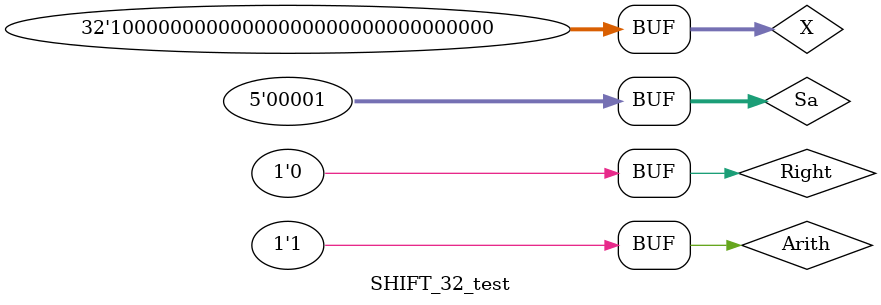
<source format=v>
`timescale 1ns / 1ps


module SHIFT_32_test;

	// Inputs
	reg [31:0] X;
	reg [4:0] Sa;
	reg Arith;
	reg Right;

	// Outputs
	wire [31:0] Sh;

	// Instantiate the Unit Under Test (UUT)
	SHIFTER_32 uut (
		.X(X), 
		.Sa(Sa), 
		.Arith(Arith), 
		.Right(Right), 
		.Sh(Sh)
	);

	initial begin
		// Initialize Inputs
		X = 0;
		Sa = 0;
		Arith = 0;
		Right = 0;

		// Wait 100 ns for global reset to finish
		#100;
        
		// Add stimulus here

    X = 32'h12345678; Sa = 4; Arith = 0; Right = 0;
    #10;

    X = 32'h00000000; Sa = 4; Arith = 0; Right = 0;
    #10;


    X = 32'hFFFFFFFF; Sa = 4; Arith = 0; Right = 0;
    #10;


    X = 32'h12345678; Sa = 32; Arith = 0; Right = 0;
    #10;


    X = 32'h12345678; Sa = -4; Arith = 0; Right = 0;
    #10;


    X = 32'h80000000; Sa = 1; Arith = 0; Right = 0;
    #10;


    X = 32'h7FFFFFFF; Sa = 1; Arith = 0; Right = 0;
    #10; 

    X = 32'hAAAAAAAA; Sa = 16; Arith = 0; Right = 0;
    #10;

    X = 32'h55555555; Sa = 16; Arith = 0; Right = 0;
    #10;


    X = 32'hDEADBEEF; Sa = 8; Arith = 0; Right = 0;
    #10; 

    X = 32'h80000000; Sa = 31; Arith = 0; Right = 0;
    #10; 


    X = 32'hFFFFFFFF; Sa = 31; Arith = 0; Right = 0;
    #10;


    X = 32'h12345678; Sa = 0; Arith = 0; Right = 0;
    #10; 

    X = 32'h12345678; Sa = 1; Arith = 1; Right = 0;
    #10; 


    X = 32'h80000000; Sa = 1; Arith = 1; Right = 0;
    #10;

	end
      
endmodule


</source>
